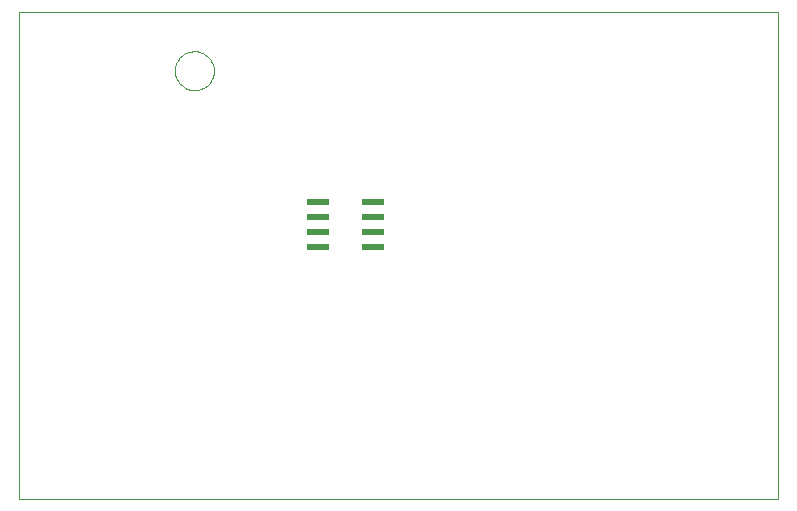
<source format=gtp>
G75*
%MOIN*%
%OFA0B0*%
%FSLAX24Y24*%
%IPPOS*%
%LPD*%
%AMOC8*
5,1,8,0,0,1.08239X$1,22.5*
%
%ADD10C,0.0000*%
%ADD11R,0.0780X0.0220*%
D10*
X000101Y000101D02*
X000101Y016322D01*
X025416Y016322D01*
X025416Y000101D01*
X000101Y000101D01*
X005298Y014371D02*
X005300Y014421D01*
X005306Y014471D01*
X005316Y014521D01*
X005329Y014569D01*
X005346Y014617D01*
X005367Y014663D01*
X005391Y014707D01*
X005419Y014749D01*
X005450Y014789D01*
X005484Y014826D01*
X005521Y014861D01*
X005560Y014892D01*
X005601Y014921D01*
X005645Y014946D01*
X005691Y014968D01*
X005738Y014986D01*
X005786Y015000D01*
X005835Y015011D01*
X005885Y015018D01*
X005935Y015021D01*
X005986Y015020D01*
X006036Y015015D01*
X006086Y015006D01*
X006134Y014994D01*
X006182Y014977D01*
X006228Y014957D01*
X006273Y014934D01*
X006316Y014907D01*
X006356Y014877D01*
X006394Y014844D01*
X006429Y014808D01*
X006462Y014769D01*
X006491Y014728D01*
X006517Y014685D01*
X006540Y014640D01*
X006559Y014593D01*
X006574Y014545D01*
X006586Y014496D01*
X006594Y014446D01*
X006598Y014396D01*
X006598Y014346D01*
X006594Y014296D01*
X006586Y014246D01*
X006574Y014197D01*
X006559Y014149D01*
X006540Y014102D01*
X006517Y014057D01*
X006491Y014014D01*
X006462Y013973D01*
X006429Y013934D01*
X006394Y013898D01*
X006356Y013865D01*
X006316Y013835D01*
X006273Y013808D01*
X006228Y013785D01*
X006182Y013765D01*
X006134Y013748D01*
X006086Y013736D01*
X006036Y013727D01*
X005986Y013722D01*
X005935Y013721D01*
X005885Y013724D01*
X005835Y013731D01*
X005786Y013742D01*
X005738Y013756D01*
X005691Y013774D01*
X005645Y013796D01*
X005601Y013821D01*
X005560Y013850D01*
X005521Y013881D01*
X005484Y013916D01*
X005450Y013953D01*
X005419Y013993D01*
X005391Y014035D01*
X005367Y014079D01*
X005346Y014125D01*
X005329Y014173D01*
X005316Y014221D01*
X005306Y014271D01*
X005300Y014321D01*
X005298Y014371D01*
D11*
X010053Y009985D03*
X010053Y009485D03*
X010053Y008985D03*
X010053Y008485D03*
X011913Y008485D03*
X011913Y008985D03*
X011913Y009485D03*
X011913Y009985D03*
M02*

</source>
